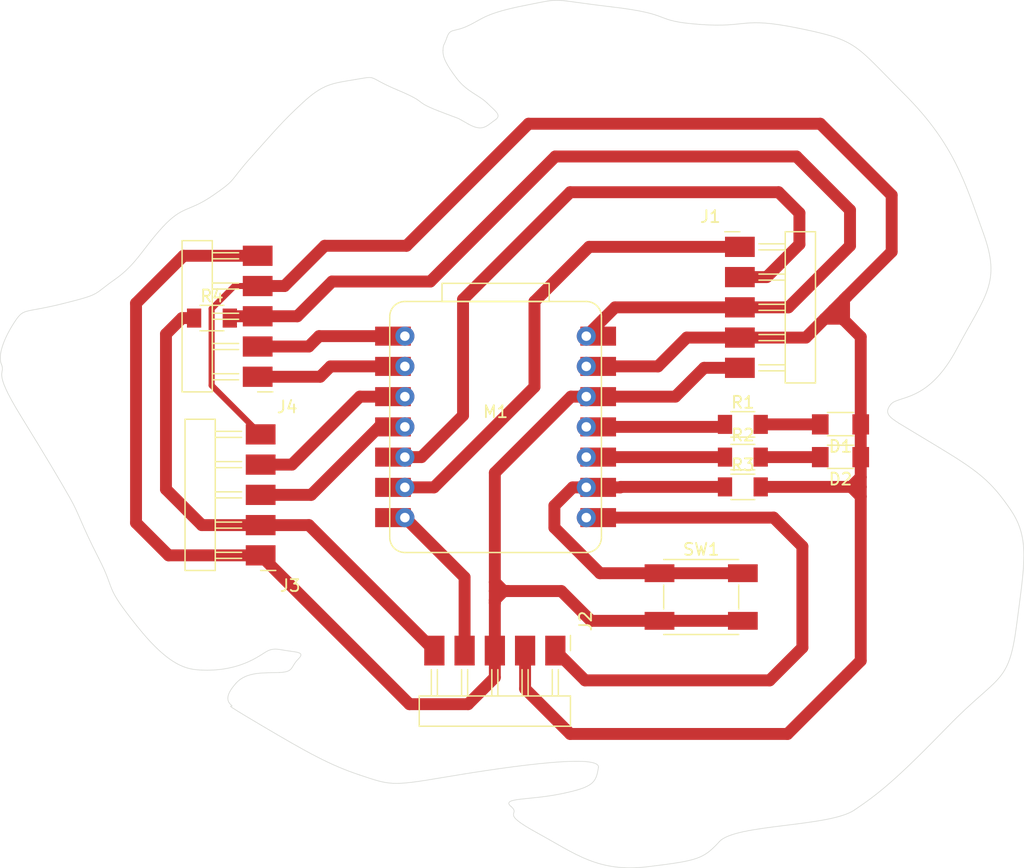
<source format=kicad_pcb>
(kicad_pcb (version 20241229) (generator "pcbnew") (generator_version "9.0")
  (layers (0 "F.Cu" signal) (2 "B.Cu" signal) (13 "F.Paste" user) (15 "B.Paste" user) (5 "F.SilkS" user "F.Silkscreen") (7 "B.SilkS" user "B.Silkscreen") (1 "F.Mask" user) (3 "B.Mask" user) (25 "Edge.Cuts" user))
  (net 0 "")
  (net 1 "GND")
  (net 2 "Net-(D1-A)")
  (net 3 "Net-(D2-A)")
  (net 4 "/+5V")
  (net 5 "/SDA")
  (net 6 "/SCL")
  (net 7 "/+3V3")
  (net 8 "/TX")
  (net 9 "/RX")
  (net 10 "/D2")
  (net 11 "/D3")
  (net 12 "/D0")
  (net 13 "/D1")
  (net 14 "Net-(M1-D9)")
  (net 15 "Net-(M1-D8)")
  (net 16 "Net-(M1-D10)")
  (footprint "fab:PinHeader_01x05_P2.54mm_Horizontal_SMD" (layer "F.Cu") (at 128.25 104.75 180)
    (property "Reference" "J4" (at -1.524 -2.54 0) (layer "F.SilkS") (effects (justify left)))
    (property "Value" "PORT 4 DIO - AI")
    (fp_line (start 6.35 11.43) (end 3.81 11.43) (stroke (width 0.12)) (layer "F.SilkS"))
    (fp_line (start 6.35 -1.27) (end 6.35 11.43) (stroke (width 0.12)) (layer "F.SilkS"))
    (fp_line (start 3.81 11.43) (end 3.81 -1.27) (stroke (width 0.12)) (layer "F.SilkS"))
    (fp_line (start 3.81 10.414) (end 1.6 10.414) (stroke (width 0.12)) (layer "F.SilkS"))
    (fp_line (start 3.81 9.906) (end 1.6 9.906) (stroke (width 0.12)) (layer "F.SilkS"))
    (fp_line (start 3.81 7.874) (end 1.6 7.874) (stroke (width 0.12)) (layer "F.SilkS"))
    (fp_line (start 3.81 7.366) (end 1.6 7.366) (stroke (width 0.12)) (layer "F.SilkS"))
    (fp_line (start 3.81 5.334) (end 1.6 5.334) (stroke (width 0.12)) (layer "F.SilkS"))
    (fp_line (start 3.81 4.826) (end 1.6 4.826) (stroke (width 0.12)) (layer "F.SilkS"))
    (fp_line (start 3.81 2.794) (end 1.6 2.794) (stroke (width 0.12)) (layer "F.SilkS"))
    (fp_line (start 3.81 2.286) (end 1.6 2.286) (stroke (width 0.12)) (layer "F.SilkS"))
    (fp_line (start 3.81 0.254) (end 1.6 0.254) (stroke (width 0.12)) (layer "F.SilkS"))
    (fp_line (start 3.81 -0.254) (end 1.6 -0.254) (stroke (width 0.12)) (layer "F.SilkS"))
    (fp_line (start 3.81 -1.27) (end 6.35 -1.27) (stroke (width 0.12)) (layer "F.SilkS"))
    (fp_line (start -1.27 -1.27) (end 0 -1.27) (stroke (width 0.12)) (layer "F.SilkS"))
    (pad "1" smd rect (at 0 0 180) (size 2.5 1.7) (layers "F.Cu" "F.Mask" "F.Paste") (net 13 "/D1"))
    (pad "2" smd rect (at 0 2.54 180) (size 2.5 1.7) (layers "F.Cu" "F.Mask" "F.Paste") (net 12 "/D0"))
    (pad "3" smd rect (at 0 5.08 180) (size 2.5 1.7) (layers "F.Cu" "F.Mask" "F.Paste") (net 4 "/+5V"))
    (pad "4" smd rect (at 0 7.62 180) (size 2.5 1.7) (layers "F.Cu" "F.Mask" "F.Paste") (net 1 "GND"))
    (pad "5" smd rect (at 0 10.16 180) (size 2.5 1.7) (layers "F.Cu" "F.Mask" "F.Paste") (net 7 "/+3V3"))
  )
  (footprint "fab:LED_1206" (layer "F.Cu") (at 177.2 111.5 180)
    (property "Reference" "D2" (at 0 -1.85 0) (layer "F.SilkS"))
    (property "Value" "LED_1206")
    (fp_line (start -1.1 1) (end 1.1 1) (stroke (width 0.12)) (layer "F.SilkS"))
    (fp_line (start -1.1 -0.95) (end 1.1 -0.95) (stroke (width 0.12)) (layer "F.SilkS"))
    (pad "1" smd rect (at -1.7 0 180) (size 1.4 1.7) (layers "F.Cu" "F.Mask" "F.Paste") (net 1 "GND"))
    (pad "2" smd rect (at 1.7 0 180) (size 1.4 1.7) (layers "F.Cu" "F.Mask" "F.Paste") (net 3 "Net-(D2-A)"))
  )
  (footprint "fab:R_1206" (layer "F.Cu") (at 169 108.75)
    (property "Reference" "R1" (at 0 -1.85 0) (layer "F.SilkS"))
    (property "Value" "R_1206")
    (fp_line (start -1 -1.07) (end 1 -1.07) (stroke (width 0.12)) (layer "F.SilkS"))
    (fp_line (start 1 1.07) (end -1 1.07) (stroke (width 0.12)) (layer "F.SilkS"))
    (pad "1" smd rect (at -1.5 0) (size 1.2 1.6) (layers "F.Cu" "F.Mask" "F.Paste") (net 16 "Net-(M1-D10)"))
    (pad "2" smd rect (at 1.5 0) (size 1.2 1.6) (layers "F.Cu" "F.Mask" "F.Paste") (net 2 "Net-(D1-A)"))
  )
  (footprint "fab:PinHeader_01x05_P2.54mm_Horizontal_SMD" (layer "F.Cu") (at 168.75 93.84)
    (property "Reference" "J1" (at -1.524 -2.54 0) (layer "F.SilkS") (effects (justify right)))
    (property "Value" "PORT 1  I2C")
    (fp_line (start -1.27 -1.27) (end 0 -1.27) (stroke (width 0.12)) (layer "F.SilkS"))
    (fp_line (start 3.81 -1.27) (end 6.35 -1.27) (stroke (width 0.12)) (layer "F.SilkS"))
    (fp_line (start 3.81 -0.254) (end 1.6 -0.254) (stroke (width 0.12)) (layer "F.SilkS"))
    (fp_line (start 3.81 0.254) (end 1.6 0.254) (stroke (width 0.12)) (layer "F.SilkS"))
    (fp_line (start 3.81 2.286) (end 1.6 2.286) (stroke (width 0.12)) (layer "F.SilkS"))
    (fp_line (start 3.81 2.794) (end 1.6 2.794) (stroke (width 0.12)) (layer "F.SilkS"))
    (fp_line (start 3.81 4.826) (end 1.6 4.826) (stroke (width 0.12)) (layer "F.SilkS"))
    (fp_line (start 3.81 5.334) (end 1.6 5.334) (stroke (width 0.12)) (layer "F.SilkS"))
    (fp_line (start 3.81 7.366) (end 1.6 7.366) (stroke (width 0.12)) (layer "F.SilkS"))
    (fp_line (start 3.81 7.874) (end 1.6 7.874) (stroke (width 0.12)) (layer "F.SilkS"))
    (fp_line (start 3.81 9.906) (end 1.6 9.906) (stroke (width 0.12)) (layer "F.SilkS"))
    (fp_line (start 3.81 10.414) (end 1.6 10.414) (stroke (width 0.12)) (layer "F.SilkS"))
    (fp_line (start 3.81 11.43) (end 3.81 -1.27) (stroke (width 0.12)) (layer "F.SilkS"))
    (fp_line (start 6.35 -1.27) (end 6.35 11.43) (stroke (width 0.12)) (layer "F.SilkS"))
    (fp_line (start 6.35 11.43) (end 3.81 11.43) (stroke (width 0.12)) (layer "F.SilkS"))
    (pad "1" smd rect (at 0 0) (size 2.5 1.7) (layers "F.Cu" "F.Mask" "F.Paste") (net 6 "/SCL"))
    (pad "2" smd rect (at 0 2.54) (size 2.5 1.7) (layers "F.Cu" "F.Mask" "F.Paste") (net 5 "/SDA"))
    (pad "3" smd rect (at 0 5.08) (size 2.5 1.7) (layers "F.Cu" "F.Mask" "F.Paste") (net 4 "/+5V"))
    (pad "4" smd rect (at 0 7.62) (size 2.5 1.7) (layers "F.Cu" "F.Mask" "F.Paste") (net 1 "GND"))
    (pad "5" smd rect (at 0 10.16) (size 2.5 1.7) (layers "F.Cu" "F.Mask" "F.Paste") (net 7 "/+3V3"))
  )
  (footprint "fab:PinHeader_01x05_P2.54mm_Horizontal_SMD" (layer "F.Cu") (at 153.25 127.75 -90)
    (property "Reference" "J2" (at -1.524 -2.54 90) (layer "F.SilkS") (effects (justify left)))
    (property "Value" "PORT 2 -DIO -AI")
    (fp_line (start 3.81 11.43) (end 3.81 -1.27) (stroke (width 0.12)) (layer "F.SilkS"))
    (fp_line (start 6.35 11.43) (end 3.81 11.43) (stroke (width 0.12)) (layer "F.SilkS"))
    (fp_line (start 3.81 10.414) (end 1.6 10.414) (stroke (width 0.12)) (layer "F.SilkS"))
    (fp_line (start 3.81 9.906) (end 1.6 9.906) (stroke (width 0.12)) (layer "F.SilkS"))
    (fp_line (start 3.81 7.874) (end 1.6 7.874) (stroke (width 0.12)) (layer "F.SilkS"))
    (fp_line (start 3.81 7.366) (end 1.6 7.366) (stroke (width 0.12)) (layer "F.SilkS"))
    (fp_line (start 3.81 5.334) (end 1.6 5.334) (stroke (width 0.12)) (layer "F.SilkS"))
    (fp_line (start 3.81 4.826) (end 1.6 4.826) (stroke (width 0.12)) (layer "F.SilkS"))
    (fp_line (start 3.81 2.794) (end 1.6 2.794) (stroke (width 0.12)) (layer "F.SilkS"))
    (fp_line (start 3.81 2.286) (end 1.6 2.286) (stroke (width 0.12)) (layer "F.SilkS"))
    (fp_line (start 3.81 0.254) (end 1.6 0.254) (stroke (width 0.12)) (layer "F.SilkS"))
    (fp_line (start 3.81 -0.254) (end 1.6 -0.254) (stroke (width 0.12)) (layer "F.SilkS"))
    (fp_line (start -1.27 -1.27) (end 0 -1.27) (stroke (width 0.12)) (layer "F.SilkS"))
    (fp_line (start 3.81 -1.27) (end 6.35 -1.27) (stroke (width 0.12)) (layer "F.SilkS"))
    (fp_line (start 6.35 -1.27) (end 6.35 11.43) (stroke (width 0.12)) (layer "F.SilkS"))
    (pad "1" smd rect (at 0 0 270) (size 2.5 1.7) (layers "F.Cu" "F.Mask" "F.Paste") (net 9 "/RX"))
    (pad "2" smd rect (at 0 2.54 270) (size 2.5 1.7) (layers "F.Cu" "F.Mask" "F.Paste") (net 1 "GND"))
    (pad "3" smd rect (at 0 5.08 270) (size 2.5 1.7) (layers "F.Cu" "F.Mask" "F.Paste") (net 7 "/+3V3"))
    (pad "4" smd rect (at 0 7.62 270) (size 2.5 1.7) (layers "F.Cu" "F.Mask" "F.Paste") (net 8 "/TX"))
    (pad "5" smd rect (at 0 10.16 270) (size 2.5 1.7) (layers "F.Cu" "F.Mask" "F.Paste") (net 4 "/+5V"))
  )
  (footprint "fab:PinHeader_01x05_P2.54mm_Horizontal_SMD" (layer "F.Cu") (at 128.5 119.75 180)
    (property "Reference" "J3" (at -1.524 -2.54 0) (layer "F.SilkS") (effects (justify left)))
    (property "Value" "PORT 3- I2C")
    (fp_line (start 6.35 11.43) (end 3.81 11.43) (stroke (width 0.12)) (layer "F.SilkS"))
    (fp_line (start 6.35 -1.27) (end 6.35 11.43) (stroke (width 0.12)) (layer "F.SilkS"))
    (fp_line (start 3.81 11.43) (end 3.81 -1.27) (stroke (width 0.12)) (layer "F.SilkS"))
    (fp_line (start 3.81 10.414) (end 1.6 10.414) (stroke (width 0.12)) (layer "F.SilkS"))
    (fp_line (start 3.81 9.906) (end 1.6 9.906) (stroke (width 0.12)) (layer "F.SilkS"))
    (fp_line (start 3.81 7.874) (end 1.6 7.874) (stroke (width 0.12)) (layer "F.SilkS"))
    (fp_line (start 3.81 7.366) (end 1.6 7.366) (stroke (width 0.12)) (layer "F.SilkS"))
    (fp_line (start 3.81 5.334) (end 1.6 5.334) (stroke (width 0.12)) (layer "F.SilkS"))
    (fp_line (start 3.81 4.826) (end 1.6 4.826) (stroke (width 0.12)) (layer "F.SilkS"))
    (fp_line (start 3.81 2.794) (end 1.6 2.794) (stroke (width 0.12)) (layer "F.SilkS"))
    (fp_line (start 3.81 2.286) (end 1.6 2.286) (stroke (width 0.12)) (layer "F.SilkS"))
    (fp_line (start 3.81 0.254) (end 1.6 0.254) (stroke (width 0.12)) (layer "F.SilkS"))
    (fp_line (start 3.81 -0.254) (end 1.6 -0.254) (stroke (width 0.12)) (layer "F.SilkS"))
    (fp_line (start 3.81 -1.27) (end 6.35 -1.27) (stroke (width 0.12)) (layer "F.SilkS"))
    (fp_line (start -1.27 -1.27) (end 0 -1.27) (stroke (width 0.12)) (layer "F.SilkS"))
    (pad "1" smd rect (at 0 0 180) (size 2.5 1.7) (layers "F.Cu" "F.Mask" "F.Paste") (net 7 "/+3V3"))
    (pad "2" smd rect (at 0 2.54 180) (size 2.5 1.7) (layers "F.Cu" "F.Mask" "F.Paste") (net 4 "/+5V"))
    (pad "3" smd rect (at 0 5.08 180) (size 2.5 1.7) (layers "F.Cu" "F.Mask" "F.Paste") (net 11 "/D3"))
    (pad "4" smd rect (at 0 7.62 180) (size 2.5 1.7) (layers "F.Cu" "F.Mask" "F.Paste") (net 10 "/D2"))
    (pad "5" smd rect (at 0 10.16 180) (size 2.5 1.7) (layers "F.Cu" "F.Mask" "F.Paste") (net 1 "GND"))
  )
  (footprint "fab:SeeedStudio_XIAO_RP2040_m" (layer "F.Cu") (at 148.23 108.96)
    (property "Reference" "M1" (at 0 -1.27 0) (layer "F.SilkS"))
    (property "Value" "XIAO-RP2040")
    (fp_line (start -8.8875 9.281) (end -8.8875 -9.261) (stroke (width 0.12)) (layer "F.SilkS"))
    (fp_line (start -7.6175 -10.531) (end 7.6225 -10.531) (stroke (width 0.12)) (layer "F.SilkS"))
    (fp_line (start 7.6225 10.551) (end -7.6175 10.551) (stroke (width 0.12)) (layer "F.SilkS"))
    (fp_line (start 8.8925 -9.261) (end 8.8925 9.281) (stroke (width 0.12)) (layer "F.SilkS"))
    (fp_rect (start -4.4975 -10.531) (end 4.5025 -12.055) (stroke (width 0.12)) (fill no) (layer "F.SilkS"))
    (fp_arc (start -8.8875 -9.261) (mid -8.515526 -10.159026) (end -7.6175 -10.531) (stroke (width 0.12)) (layer "F.SilkS"))
    (fp_arc (start -7.6175 10.551) (mid -8.515526 10.179026) (end -8.8875 9.281) (stroke (width 0.12)) (layer "F.SilkS"))
    (fp_arc (start 7.6225 -10.531) (mid 8.520526 -10.159026) (end 8.8925 -9.261) (stroke (width 0.12)) (layer "F.SilkS"))
    (fp_arc (start 8.8925 9.281) (mid 8.520526 10.179026) (end 7.6225 10.551) (stroke (width 0.12)) (layer "F.SilkS"))
    (pad "1" thru_hole circle (at -7.615 -7.62) (size 1.6 1.6) (drill 0.8) (layers "*.Cu" "*.Mask") (net 12 "/D0"))
    (pad "1" smd rect (at -7.615 -7.62) (size 3 1.6) (drill (offset -1 0)) (layers "F.Cu" "F.Mask" "F.Paste") (net 12 "/D0"))
    (pad "2" thru_hole circle (at -7.615 -5.08) (size 1.6 1.6) (drill 0.8) (layers "*.Cu" "*.Mask") (net 13 "/D1"))
    (pad "2" smd rect (at -7.615 -5.08) (size 3 1.6) (drill (offset -1 0)) (layers "F.Cu" "F.Mask" "F.Paste") (net 13 "/D1"))
    (pad "3" thru_hole circle (at -7.615 -2.54) (size 1.6 1.6) (drill 0.8) (layers "*.Cu" "*.Mask") (net 10 "/D2"))
    (pad "3" smd rect (at -7.615 -2.54) (size 3 1.6) (drill (offset -1 0)) (layers "F.Cu" "F.Mask" "F.Paste") (net 10 "/D2"))
    (pad "4" thru_hole circle (at -7.615 0) (size 1.6 1.6) (drill 0.8) (layers "*.Cu" "*.Mask") (net 11 "/D3"))
    (pad "4" smd rect (at -7.615 0) (size 3 1.6) (drill (offset -1 0)) (layers "F.Cu" "F.Mask" "F.Paste") (net 11 "/D3"))
    (pad "5" thru_hole circle (at -7.615 2.54) (size 1.6 1.6) (drill 0.8) (layers "*.Cu" "*.Mask") (net 5 "/SDA"))
    (pad "5" smd rect (at -7.615 2.54) (size 3 1.6) (drill (offset -1 0)) (layers "F.Cu" "F.Mask" "F.Paste") (net 5 "/SDA"))
    (pad "6" thru_hole circle (at -7.615 5.08) (size 1.6 1.6) (drill 0.8) (layers "*.Cu" "*.Mask") (net 6 "/SCL"))
    (pad "6" smd rect (at -7.615 5.08) (size 3 1.6) (drill (offset -1 0)) (layers "F.Cu" "F.Mask" "F.Paste") (net 6 "/SCL"))
    (pad "7" thru_hole circle (at -7.615 7.62) (size 1.6 1.6) (drill 0.8) (layers "*.Cu" "*.Mask") (net 8 "/TX"))
    (pad "7" smd rect (at -7.615 7.62) (size 3 1.6) (drill (offset -1 0)) (layers "F.Cu" "F.Mask" "F.Paste") (net 8 "/TX"))
    (pad "8" thru_hole circle (at 7.62 7.62) (size 1.6 1.6) (drill 0.8) (layers "*.Cu" "*.Mask") (net 9 "/RX"))
    (pad "8" smd rect (at 7.62 7.62) (size 3 1.6) (drill (offset 1 0)) (layers "F.Cu" "F.Mask" "F.Paste") (net 9 "/RX"))
    (pad "9" thru_hole circle (at 7.62 5.08) (size 1.6 1.6) (drill 0.8) (layers "*.Cu" "*.Mask") (net 15 "Net-(M1-D8)"))
    (pad "9" smd rect (at 7.62 5.08) (size 3 1.6) (drill (offset 1 0)) (layers "F.Cu" "F.Mask" "F.Paste") (net 15 "Net-(M1-D8)"))
    (pad "10" thru_hole circle (at 7.62 2.54) (size 1.6 1.6) (drill 0.8) (layers "*.Cu" "*.Mask") (net 14 "Net-(M1-D9)"))
    (pad "10" smd rect (at 7.62 2.54) (size 3 1.6) (drill (offset 1 0)) (layers "F.Cu" "F.Mask" "F.Paste") (net 14 "Net-(M1-D9)"))
    (pad "11" thru_hole circle (at 7.62 0) (size 1.6 1.6) (drill 0.8) (layers "*.Cu" "*.Mask") (net 16 "Net-(M1-D10)"))
    (pad "11" smd rect (at 7.62 0) (size 3 1.6) (drill (offset 1 0)) (layers "F.Cu" "F.Mask" "F.Paste") (net 16 "Net-(M1-D10)"))
    (pad "12" thru_hole circle (at 7.62 -2.54) (size 1.6 1.6) (drill 0.8) (layers "*.Cu" "*.Mask") (net 7 "/+3V3"))
    (pad "12" smd rect (at 7.62 -2.54) (size 3 1.6) (drill (offset 1 0)) (layers "F.Cu" "F.Mask" "F.Paste") (net 7 "/+3V3"))
    (pad "13" thru_hole circle (at 7.62 -5.08) (size 1.6 1.6) (drill 0.8) (layers "*.Cu" "*.Mask") (net 1 "GND"))
    (pad "13" smd rect (at 7.62 -5.08) (size 3 1.6) (drill (offset 1 0)) (layers "F.Cu" "F.Mask" "F.Paste") (net 1 "GND"))
    (pad "14" thru_hole circle (at 7.62 -7.62) (size 1.6 1.6) (drill 0.8) (layers "*.Cu" "*.Mask") (net 4 "/+5V"))
    (pad "14" smd rect (at 7.62 -7.62) (size 3 1.6) (drill (offset 1 0)) (layers "F.Cu" "F.Mask" "F.Paste") (net 4 "/+5V"))
  )
  (footprint "fab:R_1206" (layer "F.Cu") (at 169 111.5)
    (property "Reference" "R2" (at 0 -1.85 0) (layer "F.SilkS"))
    (property "Value" "R_1206")
    (fp_line (start -1 -1.07) (end 1 -1.07) (stroke (width 0.12)) (layer "F.SilkS"))
    (fp_line (start 1 1.07) (end -1 1.07) (stroke (width 0.12)) (layer "F.SilkS"))
    (pad "1" smd rect (at -1.5 0) (size 1.2 1.6) (layers "F.Cu" "F.Mask" "F.Paste") (net 14 "Net-(M1-D9)"))
    (pad "2" smd rect (at 1.5 0) (size 1.2 1.6) (layers "F.Cu" "F.Mask" "F.Paste") (net 3 "Net-(D2-A)"))
  )
  (footprint "fab:Button_Omron_B3SN_6.0x6.0mm" (layer "F.Cu") (at 165.5 123.25)
    (property "Reference" "SW1" (at 0 -4 0) (layer "F.SilkS"))
    (property "Value" "Switch_Tactile_Omron")
    (fp_line (start -3.15 -3.15) (end 3.15 -3.15) (stroke (width 0.12)) (layer "F.SilkS"))
    (fp_line (start -3.15 1) (end -3.15 -1) (stroke (width 0.12)) (layer "F.SilkS"))
    (fp_line (start 3.15 -1) (end 3.15 1) (stroke (width 0.12)) (layer "F.SilkS"))
    (fp_line (start 3.15 3.15) (end -3.15 3.15) (stroke (width 0.12)) (layer "F.SilkS"))
    (pad "1" smd rect (at -3.5 -2) (size 2.5 1.5) (layers "F.Cu" "F.Mask" "F.Paste") (net 15 "Net-(M1-D8)"))
    (pad "1" smd rect (at 3.5 -2) (size 2.5 1.5) (layers "F.Cu" "F.Mask" "F.Paste") (net 15 "Net-(M1-D8)"))
    (pad "2" smd rect (at -3.5 2) (size 2.5 1.5) (layers "F.Cu" "F.Mask" "F.Paste") (net 7 "/+3V3"))
    (pad "2" smd rect (at 3.5 2) (size 2.5 1.5) (layers "F.Cu" "F.Mask" "F.Paste") (net 7 "/+3V3"))
  )
  (footprint "fab:R_1206" (layer "F.Cu") (at 124.4106 99.822)
    (property "Reference" "R4" (at 0 -1.85 0) (layer "F.SilkS"))
    (property "Value" "R_1206")
    (fp_line (start -1 -1.07) (end 1 -1.07) (stroke (width 0.12)) (layer "F.SilkS"))
    (fp_line (start 1 1.07) (end -1 1.07) (stroke (width 0.12)) (layer "F.SilkS"))
    (pad "1" smd rect (at -1.5 0) (size 1.2 1.6) (layers "F.Cu" "F.Mask" "F.Paste") (net 4 "/+5V"))
    (pad "2" smd rect (at 1.5 0) (size 1.2 1.6) (layers "F.Cu" "F.Mask" "F.Paste") (net 4 "/+5V"))
  )
  (footprint "fab:LED_1206" (layer "F.Cu") (at 177.2 108.75 180)
    (property "Reference" "D1" (at 0 -1.85 0) (layer "F.SilkS"))
    (property "Value" "LED_1206")
    (fp_line (start -1.1 1) (end 1.1 1) (stroke (width 0.12)) (layer "F.SilkS"))
    (fp_line (start -1.1 -0.95) (end 1.1 -0.95) (stroke (width 0.12)) (layer "F.SilkS"))
    (pad "1" smd rect (at -1.7 0 180) (size 1.4 1.7) (layers "F.Cu" "F.Mask" "F.Paste") (net 1 "GND"))
    (pad "2" smd rect (at 1.7 0 180) (size 1.4 1.7) (layers "F.Cu" "F.Mask" "F.Paste") (net 2 "Net-(D1-A)"))
  )
  (footprint "fab:R_1206" (layer "F.Cu") (at 169 114)
    (property "Reference" "R3" (at 0 -1.85 0) (layer "F.SilkS"))
    (property "Value" "R_1206")
    (fp_line (start -1 -1.07) (end 1 -1.07) (stroke (width 0.12)) (layer "F.SilkS"))
    (fp_line (start 1 1.07) (end -1 1.07) (stroke (width 0.12)) (layer "F.SilkS"))
    (pad "1" smd rect (at -1.5 0) (size 1.2 1.6) (layers "F.Cu" "F.Mask" "F.Paste") (net 15 "Net-(M1-D8)"))
    (pad "2" smd rect (at 1.5 0) (size 1.2 1.6) (layers "F.Cu" "F.Mask" "F.Paste") (net 1 "GND"))
  )
  (gr_curve (pts (xy 145.9484 75.2602) (xy 144.7292 75.8444) (xy 144.4244 75.438) (xy 144.145 76.2508)) (stroke (width 0.05)) (layer "Edge.Cuts"))
  (gr_curve (pts (xy 127.8128 86.1822) (xy 125.7808 88.4428) (xy 126.5682 88.0872) (xy 124.5108 89.5096)) (stroke (width 0.05)) (layer "Edge.Cuts"))
  (gr_curve (pts (xy 151.7142 143.0528) (xy 154.9654 144.8308) (xy 156.8704 146.4056) (xy 161.036 145.8976)) (stroke (width 0.05)) (layer "Edge.Cuts"))
  (gr_curve (pts (xy 120.2944 92.1512) (xy 118.618 93.9546) (xy 118.0846 95.3008) (xy 116.2304 96.5962)) (stroke (width 0.05)) (layer "Edge.Cuts"))
  (gr_curve (pts (xy 143.4338 82.423) (xy 141.224 81.5594) (xy 142.6718 81.788) (xy 140.0048 80.6704)) (stroke (width 0.05)) (layer "Edge.Cuts"))
  (gr_curve (pts (xy 147.5232 81.7626) (xy 148.1836 82.423) (xy 148.7424 82.7532) (xy 148.2598 83.1342)) (stroke (width 0.05)) (layer "Edge.Cuts"))
  (gr_curve (pts (xy 157.988 73.6854) (xy 152.5778 73.0504) (xy 154.0764 72.898) (xy 150.7236 73.5584)) (stroke (width 0.05)) (layer "Edge.Cuts"))
  (gr_curve (pts (xy 143.8148 77.343) (xy 143.7894 77.9272) (xy 144.0942 78.5368) (xy 144.9578 79.6798)) (stroke (width 0.05)) (layer "Edge.Cuts"))
  (gr_curve (pts (xy 145.923 83.5152) (xy 144.653 82.804) (xy 145.6436 83.2866) (xy 143.4338 82.423)) (stroke (width 0.05)) (layer "Edge.Cuts"))
  (gr_curve (pts (xy 153.7462 139.7762) (xy 151.0538 140.335) (xy 148.6408 140.081) (xy 149.5298 140.843)) (stroke (width 0.05)) (layer "Edge.Cuts"))
  (gr_curve (pts (xy 165.3794 75.1586) (xy 161.2646 74.8538) (xy 163.3982 74.3204) (xy 157.988 73.6854)) (stroke (width 0.05)) (layer "Edge.Cuts"))
  (gr_curve (pts (xy 108.331 108.0008) (xy 110.7694 111.9632) (xy 111.633 113.4364) (xy 112.4712 114.9096)) (stroke (width 0.05)) (layer "Edge.Cuts"))
  (gr_curve (pts (xy 182.118 108.6612) (xy 181.3814 108.1786) (xy 180.7972 107.823) (xy 181.4322 107.061)) (stroke (width 0.05)) (layer "Edge.Cuts"))
  (gr_curve (pts (xy 189.2046 92.71) (xy 187.706 88.5698) (xy 186.7916 85.2424) (xy 182.5752 81.026)) (stroke (width 0.05)) (layer "Edge.Cuts"))
  (gr_curve (pts (xy 173.736 75.4888) (xy 168.783 74.4728) (xy 169.4942 75.4634) (xy 165.3794 75.1586)) (stroke (width 0.05)) (layer "Edge.Cuts"))
  (gr_curve (pts (xy 126.4412 130.4798) (xy 125.5522 131.4704) (xy 125.6284 131.9784) (xy 126.0348 132.334)) (stroke (width 0.05)) (layer "Edge.Cuts"))
  (gr_curve (pts (xy 149.5298 140.843) (xy 150.4188 141.605) (xy 148.463 141.2748) (xy 151.7142 143.0528)) (stroke (width 0.05)) (layer "Edge.Cuts"))
  (gr_curve (pts (xy 127.6604 128.6002) (xy 129.0828 127.9144) (xy 129.0574 127.4572) (xy 130.2766 127.6858)) (stroke (width 0.05)) (layer "Edge.Cuts"))
  (gr_curve (pts (xy 161.036 145.8976) (xy 165.2016 145.3896) (xy 165.6842 145.2626) (xy 167.0304 143.7894)) (stroke (width 0.05)) (layer "Edge.Cuts"))
  (gr_curve (pts (xy 116.2304 96.5962) (xy 114.3762 97.8916) (xy 115.1636 97.79) (xy 111.9124 98.6028)) (stroke (width 0.05)) (layer "Edge.Cuts"))
  (gr_curve (pts (xy 191.9986 125.5522) (xy 192.659 120.4468) (xy 193.1162 118.3132) (xy 191.4906 115.9256)) (stroke (width 0.05)) (layer "Edge.Cuts"))
  (gr_curve (pts (xy 156.8704 137.5664) (xy 156.6672 138.8618) (xy 156.4386 139.2174) (xy 153.7462 139.7762)) (stroke (width 0.05)) (layer "Edge.Cuts"))
  (gr_curve (pts (xy 186.9694 102.4128) (xy 189.3824 97.8662) (xy 190.7032 96.8502) (xy 189.2046 92.71)) (stroke (width 0.05)) (layer "Edge.Cuts"))
  (gr_curve (pts (xy 128.5748 134.0358) (xy 132.4864 136.3472) (xy 134.3152 137.3632) (xy 136.8298 138.2014)) (stroke (width 0.05)) (layer "Edge.Cuts"))
  (gr_curve (pts (xy 132.0292 81.7372) (xy 130.302 83.3374) (xy 129.8448 83.9216) (xy 127.8128 86.1822)) (stroke (width 0.05)) (layer "Edge.Cuts"))
  (gr_curve (pts (xy 186.2328 134.112) (xy 190.5254 129.6924) (xy 191.3382 130.6576) (xy 191.9986 125.5522)) (stroke (width 0.05)) (layer "Edge.Cuts"))
  (gr_curve (pts (xy 130.0734 129.5908) (xy 128.8288 129.6416) (xy 127.3302 129.4892) (xy 126.4412 130.4798)) (stroke (width 0.05)) (layer "Edge.Cuts"))
  (gr_curve (pts (xy 112.4712 114.9096) (xy 113.3094 116.3828) (xy 113.3602 116.9924) (xy 114.8842 119.9642)) (stroke (width 0.05)) (layer "Edge.Cuts"))
  (gr_curve (pts (xy 181.4322 107.061) (xy 182.0672 106.299) (xy 184.5564 106.9594) (xy 186.9694 102.4128)) (stroke (width 0.05)) (layer "Edge.Cuts"))
  (gr_curve (pts (xy 123.571 129.3876) (xy 124.7902 129.4384) (xy 126.238 129.286) (xy 127.6604 128.6002)) (stroke (width 0.05)) (layer "Edge.Cuts"))
  (gr_curve (pts (xy 150.7236 73.5584) (xy 147.3708 74.2188) (xy 147.1676 74.676) (xy 145.9484 75.2602)) (stroke (width 0.05)) (layer "Edge.Cuts"))
  (gr_curve (pts (xy 107.8992 100.0506) (xy 107.1626 101.1428) (xy 106.3498 102.7938) (xy 106.7308 103.7082)) (stroke (width 0.05)) (layer "Edge.Cuts"))
  (gr_curve (pts (xy 191.4906 115.9256) (xy 189.865 113.538) (xy 188.7728 112.6744) (xy 185.4454 110.6678)) (stroke (width 0.05)) (layer "Edge.Cuts"))
  (gr_curve (pts (xy 126.0348 132.334) (xy 126.4412 132.6896) (xy 124.6632 131.7244) (xy 128.5748 134.0358)) (stroke (width 0.05)) (layer "Edge.Cuts"))
  (gr_curve (pts (xy 178.3588 141.1478) (xy 180.467 139.7254) (xy 181.9402 138.5316) (xy 186.2328 134.112)) (stroke (width 0.05)) (layer "Edge.Cuts"))
  (gr_curve (pts (xy 136.8298 138.2014) (xy 139.3444 139.0396) (xy 139.4714 139.1412) (xy 143.6624 138.43)) (stroke (width 0.05)) (layer "Edge.Cuts"))
  (gr_curve (pts (xy 106.7308 103.7082) (xy 107.1118 104.6226) (xy 105.8926 104.0384) (xy 108.331 108.0008)) (stroke (width 0.05)) (layer "Edge.Cuts"))
  (gr_curve (pts (xy 114.8842 119.9642) (xy 116.4082 122.936) (xy 115.2906 122.1486) (xy 118.0846 125.6538)) (stroke (width 0.05)) (layer "Edge.Cuts"))
  (gr_curve (pts (xy 144.9578 79.6798) (xy 145.8214 80.8228) (xy 146.8628 81.1022) (xy 147.5232 81.7626)) (stroke (width 0.05)) (layer "Edge.Cuts"))
  (gr_curve (pts (xy 111.9124 98.6028) (xy 108.6612 99.4156) (xy 108.6358 98.9584) (xy 107.8992 100.0506)) (stroke (width 0.05)) (layer "Edge.Cuts"))
  (gr_curve (pts (xy 124.5108 89.5096) (xy 122.4534 90.932) (xy 121.9708 90.3478) (xy 120.2944 92.1512)) (stroke (width 0.05)) (layer "Edge.Cuts"))
  (gr_curve (pts (xy 143.6624 138.43) (xy 147.8534 137.7188) (xy 157.0736 136.271) (xy 156.8704 137.5664)) (stroke (width 0.05)) (layer "Edge.Cuts"))
  (gr_curve (pts (xy 144.145 76.2508) (xy 143.8656 77.0636) (xy 143.8402 76.7588) (xy 143.8148 77.343)) (stroke (width 0.05)) (layer "Edge.Cuts"))
  (gr_curve (pts (xy 167.0304 143.7894) (xy 168.3766 142.3162) (xy 176.2506 142.5702) (xy 178.3588 141.1478)) (stroke (width 0.05)) (layer "Edge.Cuts"))
  (gr_curve (pts (xy 136.4742 79.7814) (xy 134.5184 80.1116) (xy 133.7564 80.137) (xy 132.0292 81.7372)) (stroke (width 0.05)) (layer "Edge.Cuts"))
  (gr_curve (pts (xy 130.2766 127.6858) (xy 131.4958 127.9144) (xy 132.3086 127.8128) (xy 131.6482 128.4732)) (stroke (width 0.05)) (layer "Edge.Cuts"))
  (gr_curve (pts (xy 182.118 108.6612) (xy 182.118 108.6612) (xy 182.118 108.6612) (xy 182.118 108.6612)) (stroke (width 0.05)) (layer "Edge.Cuts"))
  (gr_curve (pts (xy 140.0048 80.6704) (xy 137.3378 79.5528) (xy 138.43 79.4512) (xy 136.4742 79.7814)) (stroke (width 0.05)) (layer "Edge.Cuts"))
  (gr_curve (pts (xy 148.2598 83.1342) (xy 147.4724 83.6676) (xy 147.193 84.2264) (xy 145.923 83.5152)) (stroke (width 0.05)) (layer "Edge.Cuts"))
  (gr_curve (pts (xy 118.0846 125.6538) (xy 120.8786 129.159) (xy 122.3518 129.3368) (xy 123.571 129.3876)) (stroke (width 0.05)) (layer "Edge.Cuts"))
  (gr_curve (pts (xy 185.4454 110.6678) (xy 182.118 108.6612) (xy 182.118 108.6612) (xy 182.118 108.6612)) (stroke (width 0.05)) (layer "Edge.Cuts"))
  (gr_curve (pts (xy 182.5752 81.026) (xy 178.3588 76.8096) (xy 178.689 76.5048) (xy 173.736 75.4888)) (stroke (width 0.05)) (layer "Edge.Cuts"))
  (gr_curve (pts (xy 131.6482 128.4732) (xy 130.9878 129.1336) (xy 131.318 129.54) (xy 130.0734 129.5908)) (stroke (width 0.05)) (layer "Edge.Cuts"))
  (segment (start 177.75 98) (end 181.5 94.25) (width 1) (layer "F.Cu") (net 1))
  (segment (start 140.75 93.75) (end 133.88 93.75) (width 1) (layer "F.Cu") (net 1))
  (segment (start 175.875 99.875) (end 176.625 99.125) (width 1) (layer "F.Cu") (net 1))
  (segment (start 126.293 97.1296) (end 124.3838 99.0388) (width 0.508) (layer "F.Cu") (net 1))
  (segment (start 177.375 99.875) (end 177.5 100) (width 1) (layer "F.Cu") (net 1))
  (segment (start 128.2496 97.1296) (end 126.293 97.1296) (width 0.508) (layer "F.Cu") (net 1))
  (segment (start 178.9 108.75) (end 178.9 101.4) (width 1) (layer "F.Cu") (net 1))
  (segment (start 178.1302 114) (end 178.1302 114.0382) (width 1) (layer "F.Cu") (net 1))
  (segment (start 178.9 108.75) (end 178.9 111.5) (width 1) (layer "F.Cu") (net 1))
  (segment (start 175.875 99.875) (end 177.375 99.875) (width 1) (layer "F.Cu") (net 1))
  (segment (start 174.29 101.46) (end 175.875 99.875) (width 1) (layer "F.Cu") (net 1))
  (segment (start 175.5 83.5) (end 151 83.5) (width 1) (layer "F.Cu") (net 1))
  (segment (start 124.3838 99.0388) (end 124.3838 105.4738) (width 0.508) (layer "F.Cu") (net 1))
  (segment (start 124.3838 105.4738) (end 128.5 109.59) (width 0.508) (layer "F.Cu") (net 1))
  (segment (start 150.71 127.75) (end 150.71 130.96) (width 1) (layer "F.Cu") (net 1))
  (segment (start 155.85 103.88) (end 161.87 103.88) (width 1) (layer "F.Cu") (net 1))
  (segment (start 178.1302 114.0382) (end 178.9 114.808) (width 1) (layer "F.Cu") (net 1))
  (segment (start 150.71 130.96) (end 154.5 134.75) (width 1) (layer "F.Cu") (net 1))
  (segment (start 178.9 111.5) (end 178.9 113.1824) (width 1) (layer "F.Cu") (net 1))
  (segment (start 178.1302 113.9522) (end 178.9 113.1824) (width 1) (layer "F.Cu") (net 1))
  (segment (start 178.9 113.1824) (end 178.9 114) (width 1) (layer "F.Cu") (net 1))
  (segment (start 181.5 94.25) (end 181.5 89.5) (width 1) (layer "F.Cu") (net 1))
  (segment (start 177.5 98.25) (end 177.75 98) (width 1) (layer "F.Cu") (net 1))
  (segment (start 128.2496 97.1296) (end 128.25 97.13) (width 1) (layer "F.Cu") (net 1))
  (segment (start 178.1302 114) (end 178.1302 113.9522) (width 1) (layer "F.Cu") (net 1))
  (segment (start 178.9 114.808) (end 178.9 128.6) (width 1) (layer "F.Cu") (net 1))
  (segment (start 130.5 97.13) (end 128.25 97.13) (width 1) (layer "F.Cu") (net 1))
  (segment (start 170.5 114) (end 178.1302 114) (width 1) (layer "F.Cu") (net 1))
  (segment (start 154.5 134.75) (end 172.75 134.75) (width 1) (layer "F.Cu") (net 1))
  (segment (start 177.5 100) (end 177.5 98.25) (width 1) (layer "F.Cu") (net 1))
  (segment (start 177.5 100) (end 176.625 99.125) (width 1) (layer "F.Cu") (net 1))
  (segment (start 133.88 93.75) (end 130.5 97.13) (width 1) (layer "F.Cu") (net 1))
  (segment (start 178.9 101.4) (end 177.5 100) (width 1) (layer "F.Cu") (net 1))
  (segment (start 161.87 103.88) (end 164.29 101.46) (width 1) (layer "F.Cu") (net 1))
  (segment (start 178.9 114) (end 178.9 114.808) (width 1) (layer "F.Cu") (net 1))
  (segment (start 176.625 99.125) (end 177.75 98) (width 1) (layer "F.Cu") (net 1))
  (segment (start 178.9 128.6) (end 177.75 129.75) (width 1) (layer "F.Cu") (net 1))
  (segment (start 181.5 89.5) (end 175.5 83.5) (width 1) (layer "F.Cu") (net 1))
  (segment (start 168.63 101.34) (end 168.75 101.46) (width 1) (layer "F.Cu") (net 1))
  (segment (start 172.75 134.75) (end 177.75 129.75) (width 1) (layer "F.Cu") (net 1))
  (segment (start 151 83.5) (end 140.75 93.75) (width 1) (layer "F.Cu") (net 1))
  (segment (start 168.75 101.46) (end 174.29 101.46) (width 1) (layer "F.Cu") (net 1))
  (segment (start 178.1302 114) (end 178.9 114) (width 1) (layer "F.Cu") (net 1))
  (segment (start 164.29 101.46) (end 168.75 101.46) (width 1) (layer "F.Cu") (net 1))
  (segment (start 170.5 108.75) (end 175.5 108.75) (width 1) (layer "F.Cu") (net 2))
  (segment (start 170.5 111.5) (end 175.5 111.5) (width 1) (layer "F.Cu") (net 3))
  (segment (start 132.55 117.21) (end 128.5 117.21) (width 1) (layer "F.Cu") (net 4))
  (segment (start 123.56 117.21) (end 128.5 117.21) (width 1) (layer "F.Cu") (net 4))
  (segment (start 178 93.75) (end 178 90.75) (width 1) (layer "F.Cu") (net 4))
  (segment (start 121.8946 99.822) (end 120.5484 101.1682) (width 1) (layer "F.Cu") (net 4))
  (segment (start 128.25 99.67) (end 131.58 99.67) (width 1) (layer "F.Cu") (net 4))
  (segment (start 134.5 96.75) (end 142.75 96.75) (width 1) (layer "F.Cu") (net 4))
  (segment (start 172.83 98.92) (end 178 93.75) (width 1) (layer "F.Cu") (net 4))
  (segment (start 173.5 86.25) (end 178 90.75) (width 1) (layer "F.Cu") (net 4))
  (segment (start 128.25 99.67) (end 126.0626 99.67) (width 1) (layer "F.Cu") (net 4))
  (segment (start 122.9106 99.822) (end 121.8946 99.822) (width 1) (layer "F.Cu") (net 4))
  (segment (start 153.25 86.25) (end 173.5 86.25) (width 1) (layer "F.Cu") (net 4))
  (segment (start 143.09 127.75) (end 132.55 117.21) (width 1) (layer "F.Cu") (net 4))
  (segment (start 120.5484 114.1984) (end 123.56 117.21) (width 1) (layer "F.Cu") (net 4))
  (segment (start 131.58 99.67) (end 134.5 96.75) (width 1) (layer "F.Cu") (net 4))
  (segment (start 142.75 96.75) (end 153.25 86.25) (width 1) (layer "F.Cu") (net 4))
  (segment (start 158.27 98.92) (end 155.85 101.34) (width 1) (layer "F.Cu") (net 4))
  (segment (start 168.75 98.92) (end 172.83 98.92) (width 1) (layer "F.Cu") (net 4))
  (segment (start 168.75 98.92) (end 158.27 98.92) (width 1) (layer "F.Cu") (net 4))
  (segment (start 126.0626 99.67) (end 125.9106 99.822) (width 1) (layer "F.Cu") (net 4))
  (segment (start 120.5484 101.1682) (end 120.5484 114.1984) (width 1) (layer "F.Cu") (net 4))
  (segment (start 171 96.38) (end 173.75 93.63) (width 1) (layer "F.Cu") (net 5))
  (segment (start 173.75 91) (end 172 89.25) (width 1) (layer "F.Cu") (net 5))
  (segment (start 145.5 98.25) (end 145.5 108) (width 1) (layer "F.Cu") (net 5))
  (segment (start 142 111.5) (end 140.615 111.5) (width 1) (layer "F.Cu") (net 5))
  (segment (start 145.5 108) (end 142 111.5) (width 1) (layer "F.Cu") (net 5))
  (segment (start 172 89.25) (end 154.5 89.25) (width 1) (layer "F.Cu") (net 5))
  (segment (start 154.5 89.25) (end 145.5 98.25) (width 1) (layer "F.Cu") (net 5))
  (segment (start 173.75 93.63) (end 173.75 91) (width 1) (layer "F.Cu") (net 5))
  (segment (start 168.75 96.38) (end 171 96.38) (width 1) (layer "F.Cu") (net 5))
  (segment (start 143.0588 114.04) (end 151.5 105.5988) (width 1) (layer "F.Cu") (net 6))
  (segment (start 151.5 105.5988) (end 151.5 98.43) (width 1) (layer "F.Cu") (net 6))
  (segment (start 151.5 98.43) (end 156.09 93.84) (width 1) (layer "F.Cu") (net 6))
  (segment (start 140.615 114.04) (end 143.0588 114.04) (width 1) (layer "F.Cu") (net 6))
  (segment (start 156.09 93.84) (end 168.75 93.84) (width 1) (layer "F.Cu") (net 6))
  (segment (start 162 125.25) (end 169 125.25) (width 1) (layer "F.Cu") (net 7))
  (segment (start 156.25 125.25) (end 153.75 122.75) (width 1) (layer "F.Cu") (net 7))
  (segment (start 122.0212 94.59) (end 128.25 94.59) (width 1) (layer "F.Cu") (net 7))
  (segment (start 155.85 106.42) (end 163.33 106.42) (width 1) (layer "F.Cu") (net 7))
  (segment (start 153.75 122.75) (end 149.25 122.75) (width 1) (layer "F.Cu") (net 7))
  (segment (start 162 125.25) (end 156.25 125.25) (width 1) (layer "F.Cu") (net 7))
  (segment (start 120.766 119.75) (end 118.0338 117.0178) (width 1) (layer "F.Cu") (net 7))
  (segment (start 128.5 119.75) (end 120.766 119.75) (width 1) (layer "F.Cu") (net 7))
  (segment (start 128.5 119.75) (end 141 132.25) (width 1) (layer "F.Cu") (net 7))
  (segment (start 148.92 122.75) (end 148.17 123.5) (width 1) (layer "F.Cu") (net 7))
  (segment (start 148.17 127.75) (end 148.17 123.75) (width 1) (layer "F.Cu") (net 7))
  (segment (start 141 132.25) (end 145.92 132.25) (width 1) (layer "F.Cu") (net 7))
  (segment (start 165.75 104) (end 168.75 104) (width 1) (layer "F.Cu") (net 7))
  (segment (start 148.17 130) (end 148.17 127.75) (width 1) (layer "F.Cu") (net 7))
  (segment (start 163.33 106.42) (end 165.75 104) (width 1) (layer "F.Cu") (net 7))
  (segment (start 149.25 122.75) (end 148.17 122.75) (width 1) (layer "F.Cu") (net 7))
  (segment (start 154.565 106.42) (end 148.17 112.815) (width 1) (layer "F.Cu") (net 7))
  (segment (start 155.85 106.42) (end 154.565 106.42) (width 1) (layer "F.Cu") (net 7))
  (segment (start 145.92 132.25) (end 148.17 130) (width 1) (layer "F.Cu") (net 7))
  (segment (start 148.17 122.75) (end 148.17 122) (width 1) (layer "F.Cu") (net 7))
  (segment (start 118.0338 98.5774) (end 122.0212 94.59) (width 1) (layer "F.Cu") (net 7))
  (segment (start 148.17 123.75) (end 148.17 122.75) (width 1) (layer "F.Cu") (net 7))
  (segment (start 148.92 122.75) (end 148.17 122) (width 1) (layer "F.Cu") (net 7))
  (segment (start 118.0338 117.0178) (end 118.0338 98.5774) (width 1) (layer "F.Cu") (net 7))
  (segment (start 148.17 112.815) (end 148.17 122) (width 1) (layer "F.Cu") (net 7))
  (segment (start 148.17 123.5) (end 148.17 123.75) (width 1) (layer "F.Cu") (net 7))
  (segment (start 149.25 122.75) (end 148.92 122.75) (width 1) (layer "F.Cu") (net 7))
  (segment (start 145.63 121.595) (end 140.615 116.58) (width 1) (layer "F.Cu") (net 8))
  (segment (start 145.63 127.75) (end 145.63 121.595) (width 1) (layer "F.Cu") (net 8))
  (segment (start 174 119) (end 171.58 116.58) (width 1) (layer "F.Cu") (net 9))
  (segment (start 174 127.5) (end 174 119) (width 1) (layer "F.Cu") (net 9))
  (segment (start 171.58 116.58) (end 155.85 116.58) (width 1) (layer "F.Cu") (net 9))
  (segment (start 171.25 130.25) (end 174 127.5) (width 1) (layer "F.Cu") (net 9))
  (segment (start 153.25 127.75) (end 155.75 130.25) (width 1) (layer "F.Cu") (net 9))
  (segment (start 155.75 130.25) (end 171.25 130.25) (width 1) (layer "F.Cu") (net 9))
  (segment (start 136.83 106.42) (end 140.615 106.42) (width 1) (layer "F.Cu") (net 10))
  (segment (start 131.12 112.13) (end 136.83 106.42) (width 1) (layer "F.Cu") (net 10))
  (segment (start 140.485 106.29) (end 140.615 106.42) (width 0.762) (layer "F.Cu") (net 10))
  (segment (start 128.5 112.13) (end 131.12 112.13) (width 1) (layer "F.Cu") (net 10))
  (segment (start 132.743 114.67) (end 138.453 108.96) (width 1) (layer "F.Cu") (net 11))
  (segment (start 140.485 108.83) (end 140.615 108.96) (width 0.762) (layer "F.Cu") (net 11))
  (segment (start 138.453 108.96) (end 140.615 108.96) (width 1) (layer "F.Cu") (net 11))
  (segment (start 128.5 114.67) (end 132.743 114.67) (width 1) (layer "F.Cu") (net 11))
  (segment (start 132.54 102.21) (end 133.41 101.34) (width 1) (layer "F.Cu") (net 12))
  (segment (start 133.41 101.34) (end 140.615 101.34) (width 1) (layer "F.Cu") (net 12))
  (segment (start 128.25 102.21) (end 132.54 102.21) (width 1) (layer "F.Cu") (net 12))
  (segment (start 133.5 104.75) (end 134.37 103.88) (width 1) (layer "F.Cu") (net 13))
  (segment (start 134.37 103.88) (end 140.615 103.88) (width 1) (layer "F.Cu") (net 13))
  (segment (start 128.25 104.75) (end 133.5 104.75) (width 1) (layer "F.Cu") (net 13))
  (segment (start 155.85 111.5) (end 167.5 111.5) (width 1) (layer "F.Cu") (net 14))
  (segment (start 155.85 114.04) (end 154.71 114.04) (width 1) (layer "F.Cu") (net 15))
  (segment (start 153.171 115.579) (end 153.171 117.421) (width 1) (layer "F.Cu") (net 15))
  (segment (start 154.71 114.04) (end 153.171 115.579) (width 1) (layer "F.Cu") (net 15))
  (segment (start 158.71 114.04) (end 158.75 114) (width 1) (layer "F.Cu") (net 15))
  (segment (start 157 121.25) (end 162 121.25) (width 1) (layer "F.Cu") (net 15))
  (segment (start 155.85 114.04) (end 158.71 114.04) (width 1) (layer "F.Cu") (net 15))
  (segment (start 162 121.25) (end 169 121.25) (width 1) (layer "F.Cu") (net 15))
  (segment (start 158.75 114) (end 167.5 114) (width 1) (layer "F.Cu") (net 15))
  (segment (start 153.171 117.421) (end 157 121.25) (width 1) (layer "F.Cu") (net 15))
  (segment (start 167.29 108.96) (end 167.5 108.75) (width 1) (layer "F.Cu") (net 16))
  (segment (start 155.85 108.96) (end 167.29 108.96) (width 1) (layer "F.Cu") (net 16))
)
</source>
